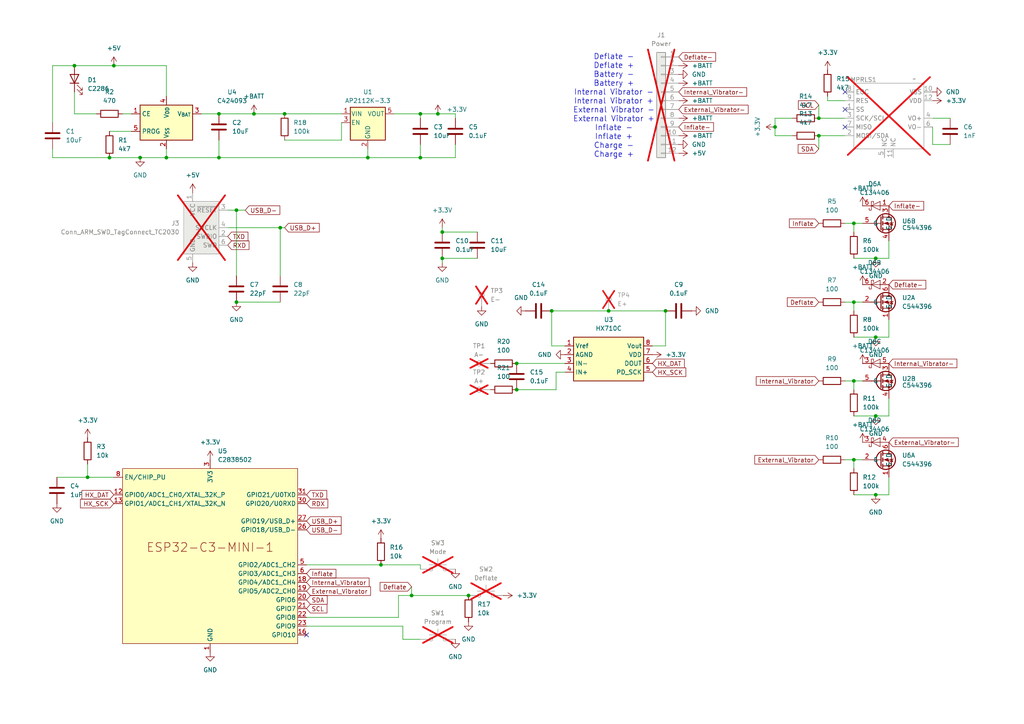
<source format=kicad_sch>
(kicad_sch (version 20231120) (generator "eeschema") (generator_version "8.0")
  (paper "A4")
  (lib_symbols
    (symbol "Analog_ADC:HX710C"
      (property "Reference" "U" (at 4.064 10.16 0))
      (property "Value" "HX710C" (at 6.604 7.62 0))
      (symbol "HX710C_1_1"
        (pin input line (at -12.7 3.81 0) (length 2.54) (name "Vref") (number "1"))
        (pin input line (at -12.7 1.27 0) (length 2.54) (name "AGND") (number "2"))
        (pin input line (at -12.7 -1.27 0) (length 2.54) (name "IN-") (number "3"))
        (pin input line (at -12.7 -3.81 0) (length 2.54) (name "IN+") (number "4"))
        (pin input line (at 12.7 -3.81 180) (length 2.54) (name "PD_SCK") (number "5"))
        (pin output line (at 12.7 -1.27 180) (length 2.54) (name "DOUT") (number "6"))
        (pin input line (at 12.7 1.27 180) (length 2.54) (name "VDD") (number "7"))
        (pin output line (at 12.7 3.81 180) (length 2.54) (name "Vout") (number "8"))
      )
    )
    (symbol "Battery_Management:MCP73811T-420I-OT"
      (property "Reference" "U" (at -6.35 6.35 0))
      (property "Value" "MCP73811T-420I-OT" (at 1.27 6.35 0))
      (symbol "MCP73811T-420I-OT_1_1"
        (pin input line (at -10.16 2.54 0) (length 2.54) (name "CE") (number "1"))
        (pin power_in line (at 0 -7.62 90) (length 2.54) (name "V_{SS}") (number "2"))
        (pin power_out line (at 10.16 2.54 180) (length 2.54) (name "V_{BAT}") (number "3"))
        (pin power_in line (at 0 7.62 270) (length 2.54) (name "V_{DD}") (number "4"))
        (pin input line (at -10.16 -2.54 0) (length 2.54) (name "PROG") (number "5"))
      )
    )
    (symbol "Connector:Conn_ARM_SWD_TagConnect_TC2030" (in_bom no)
      (property "Reference" "J" (at 2.54 11.43 0))
      (property "Value" "Conn_ARM_SWD_TagConnect_TC2030" (at 5.08 8.89 0))
      (symbol "Conn_ARM_SWD_TagConnect_TC2030_0_0"
        (pin power_in line (at -2.54 10.16 270) (length 2.54) (name "VCC") (number "1"))
        (pin bidirectional line (at 7.62 -2.54 180) (length 2.54) (name "SWDIO") (number "2"))
        (pin open_collector line (at 7.62 5.08 180) (length 2.54) (name "~{RESET}") (number "3"))
        (pin output line (at 7.62 0 180) (length 2.54) (name "SWCLK") (number "4"))
        (pin power_in line (at -2.54 -10.16 90) (length 2.54) (name "GND") (number "5"))
        (pin input line (at 7.62 -5.08 180) (length 2.54) (name "SWO") (number "6"))
      )
    )
    (symbol "Connector:TestPoint" (pin_numbers hide) (pin_names (offset 0.762) hide)
      (property "Reference" "TP" (at 0 6.858 0))
      (property "Value" "TestPoint" (at 0 5.08 0))
      (symbol "TestPoint_1_1"
        (pin passive line (at 0 0 90) (length 2.54) (name "1") (number "1"))
      )
    )
    (symbol "Connector_Generic:Conn_01x12" (pin_names (offset 1.016) hide)
      (property "Reference" "J" (at 0 15.24 0))
      (property "Value" "Conn_01x12" (at 0 -17.78 0))
      (symbol "Conn_01x12_1_1"
        (pin passive line (at -5.08 12.7 0) (length 3.81) (name "Pin_1") (number "1"))
        (pin passive line (at -5.08 -10.16 0) (length 3.81) (name "Pin_10") (number "10"))
        (pin passive line (at -5.08 -12.7 0) (length 3.81) (name "Pin_11") (number "11"))
        (pin passive line (at -5.08 -15.24 0) (length 3.81) (name "Pin_12") (number "12"))
        (pin passive line (at -5.08 10.16 0) (length 3.81) (name "Pin_2") (number "2"))
        (pin passive line (at -5.08 7.62 0) (length 3.81) (name "Pin_3") (number "3"))
        (pin passive line (at -5.08 5.08 0) (length 3.81) (name "Pin_4") (number "4"))
        (pin passive line (at -5.08 2.54 0) (length 3.81) (name "Pin_5") (number "5"))
        (pin passive line (at -5.08 0 0) (length 3.81) (name "Pin_6") (number "6"))
        (pin passive line (at -5.08 -2.54 0) (length 3.81) (name "Pin_7") (number "7"))
        (pin passive line (at -5.08 -5.08 0) (length 3.81) (name "Pin_8") (number "8"))
        (pin passive line (at -5.08 -7.62 0) (length 3.81) (name "Pin_9") (number "9"))
      )
    )
    (symbol "Device:C" (pin_numbers hide) (pin_names (offset 0.254))
      (property "Reference" "C" (at 0.635 2.54 0))
      (property "Value" "C" (at 0.635 -2.54 0))
      (symbol "C_1_1"
        (pin passive line (at 0 3.81 270) (length 2.794) (name "~") (number "1"))
        (pin passive line (at 0 -3.81 90) (length 2.794) (name "~") (number "2"))
      )
    )
    (symbol "Device:LED" (pin_numbers hide) (pin_names (offset 1.016) hide)
      (property "Reference" "D" (at 0 2.54 0))
      (property "Value" "LED" (at 0 -2.54 0))
      (symbol "LED_1_1"
        (pin passive line (at -3.81 0 0) (length 2.54) (name "K") (number "1"))
        (pin passive line (at 3.81 0 180) (length 2.54) (name "A") (number "2"))
      )
    )
    (symbol "Device:R" (pin_numbers hide) (pin_names (offset 0))
      (property "Reference" "R" (at 2.032 0 90))
      (property "Value" "R" (at 0 0 90))
      (symbol "R_1_1"
        (pin passive line (at 0 3.81 270) (length 1.27) (name "~") (number "1"))
        (pin passive line (at 0 -3.81 90) (length 1.27) (name "~") (number "2"))
      )
    )
    (symbol "Diode:BAT54CDW" (pin_names (offset 1.016) hide)
      (property "Reference" "D" (at 0 2.54 0))
      (property "Value" "BAT54SDW" (at 0 -2.54 0))
      (symbol "BAT54CDW_1_1"
        (pin passive line (at 3.81 0 180) (length 2.54) (name "A") (number "1"))
        (pin passive line (at -3.81 0 0) (length 2.54) (name "K") (number "6"))
      )
      (symbol "BAT54CDW_2_1"
        (pin passive line (at 3.81 0 180) (length 2.54) (name "A") (number "2"))
        (pin passive line (at -3.81 0 0) (length 2.54) (name "K") (number "6"))
      )
      (symbol "BAT54CDW_3_1"
        (pin passive line (at -3.81 0 0) (length 2.54) (name "K") (number "3"))
        (pin passive line (at 3.81 0 180) (length 2.54) (name "A") (number "5"))
      )
      (symbol "BAT54CDW_4_1"
        (pin passive line (at -3.81 0 0) (length 2.54) (name "K") (number "3"))
        (pin passive line (at 3.81 0 180) (length 2.54) (name "A") (number "4"))
      )
    )
    (symbol "Espressif:ESP32-C3-MINI-1"
      (property "Reference" "U" (at -25.4 30.48 0))
      (property "Value" "ESP32-C3-MINI-1" (at -25.4 27.94 0))
      (symbol "ESP32-C3-MINI-1_0_0"
        (text "ESP32-C3-MINI-1" (at 0 2.54 0) (effects (font (size 2.54 2.54))))
      )
      (symbol "ESP32-C3-MINI-1_1_1"
        (pin power_in line (at 0 -27.94 90) (length 2.54) (name "GND") (number "1"))
        (pin no_connect line (at -25.4 2.54 0) (length 2.54) hide (name "NC") (number "10"))
        (pin passive line (at 0 -27.94 90) (length 2.54) hide (name "GND") (number "11"))
        (pin bidirectional line (at -27.94 17.78 0) (length 2.54) (name "GPIO0/ADC1_CH0/XTAL_32K_P") (number "12"))
        (pin bidirectional line (at -27.94 15.24 0) (length 2.54) (name "GPIO1/ADC1_CH1/XTAL_32K_N") (number "13"))
        (pin passive line (at 0 -27.94 90) (length 2.54) hide (name "GND") (number "14"))
        (pin no_connect line (at -25.4 0 0) (length 2.54) hide (name "NC") (number "15"))
        (pin bidirectional line (at 27.94 -22.86 180) (length 2.54) (name "GPIO10") (number "16"))
        (pin no_connect line (at -25.4 -2.54 0) (length 2.54) hide (name "NC") (number "17"))
        (pin bidirectional line (at 27.94 -7.62 180) (length 2.54) (name "GPIO4/ADC1_CH4") (number "18"))
        (pin bidirectional line (at 27.94 -10.16 180) (length 2.54) (name "GPIO5/ADC2_CH0") (number "19"))
        (pin passive line (at 0 -27.94 90) (length 2.54) hide (name "GND") (number "2"))
        (pin bidirectional line (at 27.94 -12.7 180) (length 2.54) (name "GPIO6") (number "20"))
        (pin bidirectional line (at 27.94 -15.24 180) (length 2.54) (name "GPIO7") (number "21"))
        (pin bidirectional line (at 27.94 -17.78 180) (length 2.54) (name "GPIO8") (number "22"))
        (pin bidirectional line (at 27.94 -20.32 180) (length 2.54) (name "GPIO9") (number "23"))
        (pin no_connect line (at -25.4 -5.08 0) (length 2.54) hide (name "NC") (number "24"))
        (pin no_connect line (at -25.4 -7.62 0) (length 2.54) hide (name "NC") (number "25"))
        (pin bidirectional line (at 27.94 7.62 180) (length 2.54) (name "GPIO18/USB_D-") (number "26"))
        (pin bidirectional line (at 27.94 10.16 180) (length 2.54) (name "GPIO19/USB_D+") (number "27"))
        (pin no_connect line (at -25.4 -10.16 0) (length 2.54) hide (name "NC") (number "28"))
        (pin no_connect line (at -25.4 -12.7 0) (length 2.54) hide (name "NC") (number "29"))
        (pin power_in line (at 0 27.94 270) (length 2.54) (name "3V3") (number "3"))
        (pin bidirectional line (at 27.94 15.24 180) (length 2.54) (name "GPIO20/U0RXD") (number "30"))
        (pin bidirectional line (at 27.94 17.78 180) (length 2.54) (name "GPIO21/U0TXD") (number "31"))
        (pin no_connect line (at -25.4 -15.24 0) (length 2.54) hide (name "NC") (number "32"))
        (pin no_connect line (at -25.4 -17.78 0) (length 2.54) hide (name "NC") (number "33"))
        (pin no_connect line (at -25.4 -20.32 0) (length 2.54) hide (name "NC") (number "34"))
        (pin no_connect line (at -25.4 -22.86 0) (length 2.54) hide (name "NC") (number "35"))
        (pin passive line (at 0 -27.94 90) (length 2.54) hide (name "GND") (number "36"))
        (pin passive line (at 0 -27.94 90) (length 2.54) hide (name "GND") (number "37"))
        (pin passive line (at 0 -27.94 90) (length 2.54) hide (name "GND") (number "38"))
        (pin passive line (at 0 -27.94 90) (length 2.54) hide (name "GND") (number "39"))
        (pin no_connect line (at -25.4 10.16 0) (length 2.54) hide (name "NC") (number "4"))
        (pin passive line (at 0 -27.94 90) (length 2.54) hide (name "GND") (number "40"))
        (pin passive line (at 0 -27.94 90) (length 2.54) hide (name "GND") (number "41"))
        (pin passive line (at 0 -27.94 90) (length 2.54) hide (name "GND") (number "42"))
        (pin passive line (at 0 -27.94 90) (length 2.54) hide (name "GND") (number "43"))
        (pin passive line (at 0 -27.94 90) (length 2.54) hide (name "GND") (number "44"))
        (pin passive line (at 0 -27.94 90) (length 2.54) hide (name "GND") (number "45"))
        (pin passive line (at 0 -27.94 90) (length 2.54) hide (name "GND") (number "46"))
        (pin passive line (at 0 -27.94 90) (length 2.54) hide (name "GND") (number "47"))
        (pin passive line (at 0 -27.94 90) (length 2.54) hide (name "GND") (number "48"))
        (pin passive line (at 0 -27.94 90) (length 2.54) hide (name "GND") (number "49"))
        (pin bidirectional line (at 27.94 -2.54 180) (length 2.54) (name "GPIO2/ADC1_CH2") (number "5"))
        (pin passive line (at 0 -27.94 90) (length 2.54) hide (name "GND") (number "50"))
        (pin passive line (at 0 -27.94 90) (length 2.54) hide (name "GND") (number "51"))
        (pin passive line (at 0 -27.94 90) (length 2.54) hide (name "GND") (number "52"))
        (pin passive line (at 0 -27.94 90) (length 2.54) hide (name "GND") (number "53"))
        (pin bidirectional line (at 27.94 -5.08 180) (length 2.54) (name "GPIO3/ADC1_CH3") (number "6"))
        (pin no_connect line (at -25.4 7.62 0) (length 2.54) hide (name "NC") (number "7"))
        (pin input line (at -27.94 22.86 0) (length 2.54) (name "EN/CHIP_PU") (number "8"))
        (pin no_connect line (at -25.4 5.08 0) (length 2.54) hide (name "NC") (number "9"))
      )
    )
    (symbol "Regulator_Linear:AP2112K-3.3" (pin_names (offset 0.254))
      (property "Reference" "U" (at -5.08 5.715 0))
      (property "Value" "AP2112K-3.3" (at 0 5.715 0))
      (symbol "AP2112K-3.3_1_1"
        (pin power_in line (at -7.62 2.54 0) (length 2.54) (name "VIN") (number "1"))
        (pin power_in line (at 0 -7.62 90) (length 2.54) (name "GND") (number "2"))
        (pin input line (at -7.62 0 0) (length 2.54) (name "EN") (number "3"))
        (pin no_connect line (at 5.08 0 180) (length 2.54) hide (name "NC") (number "4"))
        (pin power_out line (at 7.62 2.54 180) (length 2.54) (name "VOUT") (number "5"))
      )
    )
    (symbol "Sensor_Pressure:MPRLS0015PA0000SA"
      (property "Reference" "MPRLS" (at -7.366 9.906 0))
      (property "Value" "~" (at 7.366 10.16 0))
      (symbol "MPRLS0015PA0000SA_1_1"
        (pin input line (at -12.7 1.27 0) (length 2.54) (name "SS") (number "1"))
        (pin input line (at 12.7 6.35 180) (length 2.54) (name "VSS") (number "10"))
        (pin input line (at 1.27 -12.7 90) (length 2.54) (name "NC") (number "11"))
        (pin input line (at 12.7 3.81 180) (length 2.54) (name "VDD") (number "12"))
        (pin input line (at -12.7 -6.35 0) (length 2.54) (name "MOSI/SDA") (number "2"))
        (pin input line (at -12.7 -1.27 0) (length 2.54) (name "SCK/SCL") (number "3"))
        (pin input line (at 12.7 -1.27 180) (length 2.54) (name "VO+") (number "4"))
        (pin input line (at -1.27 -12.7 90) (length 2.54) (name "NC") (number "5"))
        (pin input line (at 12.7 -3.81 180) (length 2.54) (name "VO-") (number "6"))
        (pin input line (at -12.7 -3.81 0) (length 2.54) (name "MISO") (number "7"))
        (pin input line (at -12.7 6.35 0) (length 2.54) (name "EOC") (number "8"))
        (pin input line (at -12.7 3.81 0) (length 2.54) (name "RES") (number "9"))
      )
    )
    (symbol "Switch:SW_Push" (pin_numbers hide) (pin_names (offset 1.016) hide)
      (property "Reference" "SW" (at 1.27 2.54 0))
      (property "Value" "SW_Push" (at 0 -1.524 0))
      (symbol "SW_Push_0_1"
        (pin passive line (at -5.08 0 0) (length 2.54) (name "1") (number "1"))
        (pin passive line (at 5.08 0 180) (length 2.54) (name "2") (number "2"))
      )
    )
    (symbol "Transistor_FET:CSD85301Q2"
      (property "Reference" "U" (at -7.112 3.556 0))
      (symbol "CSD85301Q2_1_1"
        (pin passive line (at 0 -5.08 90) (length 2.54) (name "S") (number "1"))
        (pin input line (at -7.62 0 0) (length 2.54) (name "G") (number "2"))
        (pin passive line (at 0 5.08 270) (length 2.54) (name "D") (number "6"))
      )
      (symbol "CSD85301Q2_2_1"
        (pin passive line (at 0 5.08 270) (length 2.54) (name "D") (number "3"))
        (pin passive line (at 0 -5.08 90) (length 2.54) (name "S") (number "4"))
        (pin input line (at -7.62 0 0) (length 2.54) (name "G") (number "5"))
      )
    )
    (symbol "power:+3.3V" (power) (pin_numbers hide) (pin_names (offset 0) hide)
      (property "Value" "+3.3V" (at 0 3.556 0))
      (symbol "+3.3V_1_1"
        (pin power_in line (at 0 0 90) (length 0) (name "~") (number "1"))
      )
    )
    (symbol "power:+5V" (power) (pin_numbers hide) (pin_names (offset 0) hide)
      (property "Value" "+5V" (at 0 3.556 0))
      (symbol "+5V_1_1"
        (pin power_in line (at 0 0 90) (length 0) (name "~") (number "1"))
      )
    )
    (symbol "power:+BATT" (power) (pin_numbers hide) (pin_names (offset 0) hide)
      (property "Value" "+BATT" (at 0 3.556 0))
      (symbol "+BATT_1_1"
        (pin power_in line (at 0 0 90) (length 0) (name "~") (number "1"))
      )
    )
    (symbol "power:GND" (power) (pin_numbers hide) (pin_names (offset 0) hide)
      (property "Value" "GND" (at 0 -3.81 0))
      (symbol "GND_1_1"
        (pin power_in line (at 0 0 270) (length 0) (name "~") (number "1"))
      )
    )
  )
  (junction (at 237.49 34.29))
  (junction (at 128.27 67.31))
  (junction (at 81.28 66.04))
  (junction (at 254 97.79))
  (junction (at 224.79 36.83))
  (junction (at 149.86 113.03))
  (junction (at 254 120.65))
  (junction (at 110.49 163.83))
  (junction (at 193.04 90.17))
  (junction (at 121.92 45.72))
  (junction (at 149.86 105.41))
  (junction (at 237.49 39.37))
  (junction (at 254 143.51))
  (junction (at 25.4 138.43))
  (junction (at 121.92 33.02))
  (junction (at 247.65 87.63))
  (junction (at 63.5 33.02))
  (junction (at 63.5 45.72))
  (junction (at 68.58 87.63))
  (junction (at 68.58 60.96))
  (junction (at 82.55 33.02))
  (junction (at 40.64 45.72))
  (junction (at 48.26 45.72))
  (junction (at 21.59 19.05))
  (junction (at 247.65 64.77))
  (junction (at 128.27 74.93))
  (junction (at 31.75 45.72))
  (junction (at 73.66 33.02))
  (junction (at 247.65 133.35))
  (junction (at 160.02 90.17))
  (junction (at 254 74.93))
  (junction (at 33.02 19.05))
  (junction (at 119.38 172.72))
  (junction (at 106.68 45.72))
  (junction (at 135.89 172.72))
  (junction (at 127 33.02))
  (junction (at 247.65 110.49))
  (junction (at 176.53 90.17))
  (no_connect (at 245.11 26.67))
  (no_connect (at 88.9 184.15))
  (no_connect (at 245.11 31.75))
  (no_connect (at 245.11 36.83))
  (wire (pts (xy 35.56 33.02) (xy 38.1 33.02)))
  (wire (pts (xy 106.68 45.72) (xy 106.68 43.18)))
  (wire (pts (xy 121.92 163.83) (xy 121.92 165.1)))
  (wire (pts (xy 245.11 110.49) (xy 247.65 110.49)))
  (wire (pts (xy 247.65 64.77) (xy 250.19 64.77)))
  (wire (pts (xy 21.59 19.05) (xy 33.02 19.05)))
  (wire (pts (xy 189.23 100.33) (xy 193.04 100.33)))
  (wire (pts (xy 63.5 45.72) (xy 48.26 45.72)))
  (wire (pts (xy 81.28 80.01) (xy 81.28 66.04)))
  (wire (pts (xy 99.06 35.56) (xy 99.06 40.64)))
  (wire (pts (xy 121.92 45.72) (xy 106.68 45.72)))
  (wire (pts (xy 132.08 33.02) (xy 127 33.02)))
  (wire (pts (xy 15.24 19.05) (xy 21.59 19.05)))
  (wire (pts (xy 237.49 39.37) (xy 237.49 43.18)))
  (wire (pts (xy 88.9 163.83) (xy 110.49 163.83)))
  (wire (pts (xy 229.87 34.29) (xy 224.79 34.29)))
  (wire (pts (xy 245.11 133.35) (xy 247.65 133.35)))
  (wire (pts (xy 73.66 33.02) (xy 82.55 33.02)))
  (wire (pts (xy 115.57 172.72) (xy 119.38 172.72)))
  (wire (pts (xy 240.03 27.94) (xy 240.03 29.21)))
  (wire (pts (xy 121.92 33.02) (xy 127 33.02)))
  (wire (pts (xy 68.58 80.01) (xy 68.58 60.96)))
  (wire (pts (xy 247.65 133.35) (xy 247.65 135.89)))
  (wire (pts (xy 58.42 33.02) (xy 63.5 33.02)))
  (wire (pts (xy 247.65 143.51) (xy 254 143.51)))
  (wire (pts (xy 237.49 39.37) (xy 245.11 39.37)))
  (wire (pts (xy 82.55 33.02) (xy 99.06 33.02)))
  (wire (pts (xy 128.27 67.31) (xy 138.43 67.31)))
  (wire (pts (xy 99.06 40.64) (xy 82.55 40.64)))
  (wire (pts (xy 245.11 64.77) (xy 247.65 64.77)))
  (wire (pts (xy 119.38 170.18) (xy 119.38 172.72)))
  (wire (pts (xy 270.51 41.91) (xy 275.59 41.91)))
  (wire (pts (xy 254 97.79) (xy 257.81 97.79)))
  (wire (pts (xy 237.49 30.48) (xy 237.49 34.29)))
  (wire (pts (xy 63.5 45.72) (xy 106.68 45.72)))
  (wire (pts (xy 115.57 172.72) (xy 115.57 179.07)))
  (wire (pts (xy 15.24 43.18) (xy 15.24 45.72)))
  (wire (pts (xy 128.27 74.93) (xy 128.27 76.2)))
  (wire (pts (xy 247.65 87.63) (xy 247.65 90.17)))
  (wire (pts (xy 81.28 66.04) (xy 82.55 66.04)))
  (wire (pts (xy 257.81 120.65) (xy 257.81 115.57)))
  (wire (pts (xy 31.75 38.1) (xy 38.1 38.1)))
  (wire (pts (xy 247.65 120.65) (xy 254 120.65)))
  (wire (pts (xy 237.49 34.29) (xy 245.11 34.29)))
  (wire (pts (xy 16.51 138.43) (xy 25.4 138.43)))
  (wire (pts (xy 132.08 34.29) (xy 132.08 33.02)))
  (wire (pts (xy 193.04 100.33) (xy 193.04 90.17)))
  (wire (pts (xy 132.08 45.72) (xy 121.92 45.72)))
  (wire (pts (xy 88.9 179.07) (xy 115.57 179.07)))
  (wire (pts (xy 40.64 45.72) (xy 48.26 45.72)))
  (wire (pts (xy 229.87 39.37) (xy 224.79 39.37)))
  (wire (pts (xy 163.83 107.95) (xy 161.29 107.95)))
  (wire (pts (xy 160.02 100.33) (xy 163.83 100.33)))
  (wire (pts (xy 247.65 110.49) (xy 250.19 110.49)))
  (wire (pts (xy 21.59 26.67) (xy 21.59 33.02)))
  (wire (pts (xy 25.4 138.43) (xy 33.02 138.43)))
  (wire (pts (xy 224.79 39.37) (xy 224.79 36.83)))
  (wire (pts (xy 31.75 45.72) (xy 40.64 45.72)))
  (wire (pts (xy 63.5 33.02) (xy 73.66 33.02)))
  (wire (pts (xy 257.81 74.93) (xy 257.81 69.85)))
  (wire (pts (xy 176.53 90.17) (xy 160.02 90.17)))
  (wire (pts (xy 121.92 41.91) (xy 121.92 45.72)))
  (wire (pts (xy 247.65 87.63) (xy 250.19 87.63)))
  (wire (pts (xy 247.65 74.93) (xy 254 74.93)))
  (wire (pts (xy 161.29 107.95) (xy 161.29 113.03)))
  (wire (pts (xy 21.59 33.02) (xy 27.94 33.02)))
  (wire (pts (xy 48.26 19.05) (xy 48.26 27.94)))
  (wire (pts (xy 128.27 67.31) (xy 128.27 66.04)))
  (wire (pts (xy 149.86 105.41) (xy 163.83 105.41)))
  (wire (pts (xy 119.38 172.72) (xy 135.89 172.72)))
  (wire (pts (xy 68.58 60.96) (xy 66.04 60.96)))
  (wire (pts (xy 224.79 34.29) (xy 224.79 36.83)))
  (wire (pts (xy 132.08 41.91) (xy 132.08 45.72)))
  (wire (pts (xy 240.03 29.21) (xy 245.11 29.21)))
  (wire (pts (xy 270.51 36.83) (xy 270.51 41.91)))
  (wire (pts (xy 116.84 181.61) (xy 116.84 185.42)))
  (wire (pts (xy 68.58 60.96) (xy 71.12 60.96)))
  (wire (pts (xy 121.92 33.02) (xy 121.92 34.29)))
  (wire (pts (xy 33.02 19.05) (xy 48.26 19.05)))
  (wire (pts (xy 48.26 45.72) (xy 48.26 43.18)))
  (wire (pts (xy 88.9 181.61) (xy 116.84 181.61)))
  (wire (pts (xy 254 143.51) (xy 257.81 143.51)))
  (wire (pts (xy 138.43 74.93) (xy 128.27 74.93)))
  (wire (pts (xy 114.3 33.02) (xy 121.92 33.02)))
  (wire (pts (xy 247.65 64.77) (xy 247.65 67.31)))
  (wire (pts (xy 81.28 66.04) (xy 66.04 66.04)))
  (wire (pts (xy 247.65 110.49) (xy 247.65 113.03)))
  (wire (pts (xy 116.84 185.42) (xy 121.92 185.42)))
  (wire (pts (xy 63.5 40.64) (xy 63.5 45.72)))
  (wire (pts (xy 193.04 90.17) (xy 176.53 90.17)))
  (wire (pts (xy 270.51 34.29) (xy 275.59 34.29)))
  (wire (pts (xy 245.11 87.63) (xy 247.65 87.63)))
  (wire (pts (xy 110.49 163.83) (xy 121.92 163.83)))
  (wire (pts (xy 161.29 113.03) (xy 149.86 113.03)))
  (wire (pts (xy 25.4 134.62) (xy 25.4 138.43)))
  (wire (pts (xy 254 120.65) (xy 257.81 120.65)))
  (wire (pts (xy 68.58 87.63) (xy 81.28 87.63)))
  (wire (pts (xy 247.65 133.35) (xy 250.19 133.35)))
  (wire (pts (xy 247.65 97.79) (xy 254 97.79)))
  (wire (pts (xy 254 74.93) (xy 257.81 74.93)))
  (wire (pts (xy 15.24 45.72) (xy 31.75 45.72)))
  (wire (pts (xy 160.02 90.17) (xy 160.02 100.33)))
  (wire (pts (xy 15.24 19.05) (xy 15.24 35.56)))
  (wire (pts (xy 257.81 97.79) (xy 257.81 92.71)))
  (wire (pts (xy 257.81 143.51) (xy 257.81 138.43)))
  (text "Deflate -\nDeflate +\nBattery -\nBattery +\nInternal Vibrator -\nInternal Vibrator +\nExternal Vibrator -\nExternal Vibrator +\nInflate -\nInflate +\nCharge -\nCharge +" (at 178.054 30.734 0) (effects (font (size 1.6002 1.6002))))
  (global_label "Deflate-" (shape input) (at 196.85 16.51 0) (property "Intersheetrefs" "${INTERSHEET_REFS}" (effects (hide yes))))
  (global_label "HX_SCK" (shape input) (at 33.02 146.05 180) (property "Intersheetrefs" "${INTERSHEET_REFS}" (effects (hide yes))))
  (global_label "SDA" (shape input) (at 88.9 173.99 0) (property "Intersheetrefs" "${INTERSHEET_REFS}" (effects (hide yes))))
  (global_label "TXD" (shape input) (at 88.9 143.51 0) (property "Intersheetrefs" "${INTERSHEET_REFS}" (effects (hide yes))))
  (global_label "Inflate" (shape input) (at 88.9 166.37 0) (property "Intersheetrefs" "${INTERSHEET_REFS}" (effects (hide yes))))
  (global_label "USB_D-" (shape input) (at 71.12 60.96 0) (property "Intersheetrefs" "${INTERSHEET_REFS}" (effects (hide yes))))
  (global_label "USB_D+" (shape input) (at 82.55 66.04 0) (property "Intersheetrefs" "${INTERSHEET_REFS}" (effects (hide yes))))
  (global_label "RXD" (shape input) (at 66.04 71.12 0) (property "Intersheetrefs" "${INTERSHEET_REFS}" (effects (hide yes))))
  (global_label "HX_DAT" (shape input) (at 189.23 105.41 0) (property "Intersheetrefs" "${INTERSHEET_REFS}" (effects (hide yes))))
  (global_label "SCL" (shape input) (at 88.9 176.53 0) (property "Intersheetrefs" "${INTERSHEET_REFS}" (effects (hide yes))))
  (global_label "Internal_Vibrator" (shape input) (at 237.49 110.49 180) (property "Intersheetrefs" "${INTERSHEET_REFS}" (effects (hide yes))))
  (global_label "HX_DAT" (shape input) (at 33.02 143.51 180) (property "Intersheetrefs" "${INTERSHEET_REFS}" (effects (hide yes))))
  (global_label "Inflate-" (shape input) (at 257.81 59.69 0) (property "Intersheetrefs" "${INTERSHEET_REFS}" (effects (hide yes))))
  (global_label "External_Vibrator-" (shape input) (at 257.81 128.27 0) (property "Intersheetrefs" "${INTERSHEET_REFS}" (effects (hide yes))))
  (global_label "RDX" (shape input) (at 88.9 146.05 0) (property "Intersheetrefs" "${INTERSHEET_REFS}" (effects (hide yes))))
  (global_label "Inflate" (shape input) (at 237.49 64.77 180) (property "Intersheetrefs" "${INTERSHEET_REFS}" (effects (hide yes))))
  (global_label "Internal_Vibrator-" (shape input) (at 196.85 26.67 0) (property "Intersheetrefs" "${INTERSHEET_REFS}" (effects (hide yes))))
  (global_label "External_Vibrator" (shape input) (at 88.9 171.45 0) (property "Intersheetrefs" "${INTERSHEET_REFS}" (effects (hide yes))))
  (global_label "HX_SCK" (shape input) (at 189.23 107.95 0) (property "Intersheetrefs" "${INTERSHEET_REFS}" (effects (hide yes))))
  (global_label "External_Vibrator" (shape input) (at 237.49 133.35 180) (property "Intersheetrefs" "${INTERSHEET_REFS}" (effects (hide yes))))
  (global_label "USB_D-" (shape input) (at 88.9 153.67 0) (property "Intersheetrefs" "${INTERSHEET_REFS}" (effects (hide yes))))
  (global_label "Internal_Vibrator" (shape input) (at 88.9 168.91 0) (property "Intersheetrefs" "${INTERSHEET_REFS}" (effects (hide yes))))
  (global_label "USB_D+" (shape input) (at 88.9 151.13 0) (property "Intersheetrefs" "${INTERSHEET_REFS}" (effects (hide yes))))
  (global_label "SCL" (shape input) (at 237.49 30.48 180) (property "Intersheetrefs" "${INTERSHEET_REFS}" (effects (hide yes))))
  (global_label "External_Vibrator-" (shape input) (at 196.85 31.75 0) (property "Intersheetrefs" "${INTERSHEET_REFS}" (effects (hide yes))))
  (global_label "Internal_Vibrator-" (shape input) (at 257.81 105.41 0) (property "Intersheetrefs" "${INTERSHEET_REFS}" (effects (hide yes))))
  (global_label "TXD" (shape input) (at 66.04 68.58 0) (property "Intersheetrefs" "${INTERSHEET_REFS}" (effects (hide yes))))
  (global_label "Inflate-" (shape input) (at 196.85 36.83 0) (property "Intersheetrefs" "${INTERSHEET_REFS}" (effects (hide yes))))
  (global_label "Deflate" (shape input) (at 119.38 170.18 180) (property "Intersheetrefs" "${INTERSHEET_REFS}" (effects (hide yes))))
  (global_label "Deflate-" (shape input) (at 257.81 82.55 0) (property "Intersheetrefs" "${INTERSHEET_REFS}" (effects (hide yes))))
  (global_label "Deflate" (shape input) (at 237.49 87.63 180) (property "Intersheetrefs" "${INTERSHEET_REFS}" (effects (hide yes))))
  (global_label "SDA" (shape input) (at 237.49 43.18 180) (property "Intersheetrefs" "${INTERSHEET_REFS}" (effects (hide yes))))
  (symbol (lib_id "Device:C") (at 16.51 142.24 0) (unit 1)
    (property "Reference" "C4" (at 20.32 140.9699 0) (effects (justify left)))
    (property "Value" "1uF" (at 20.32 143.5099 0) (effects (justify left)))
    (property "Footprint" "Capacitor_SMD:C_0402_1005Metric" (effects (hide yes)))
    (property "Description" "Unpolarized capacitor" (effects (hide yes)))
    (property "LCSC" "C52923" (effects (hide yes)))
  )
  (symbol (lib_id "Device:R") (at 135.89 176.53 0) (unit 1)
    (property "Reference" "R17" (at 138.43 175.2599 0) (effects (justify left)))
    (property "Value" "10k" (at 138.43 177.7999 0) (effects (justify left)))
    (property "Footprint" "Resistor_SMD:R_0402_1005Metric" (effects (hide yes)))
    (property "Description" "Resistor" (effects (hide yes)))
    (property "LCSC" "C25744" (effects (hide yes)))
  )
  (symbol (lib_id "power:+BATT") (at 196.85 19.05 270) (unit 1)
    (property "Reference" "#PWR030" (effects (hide yes)))
    (property "Value" "+BATT" (at 200.66 19.0499 90) (effects (justify left)))
    (property "Description" "Power symbol creates a global label with name \"+BATT\"" (effects (hide yes)))
  )
  (symbol (lib_id "Device:C") (at 15.24 39.37 0) (unit 1)
    (property "Reference" "C1" (at 19.05 38.0999 0) (effects (justify left)))
    (property "Value" "10uF" (at 19.05 40.6399 0) (effects (justify left)))
    (property "Footprint" "Capacitor_SMD:C_0402_1005Metric" (effects (hide yes)))
    (property "Description" "Unpolarized capacitor" (effects (hide yes)))
    (property "LCSC" "C15525" (effects (hide yes)))
  )
  (symbol (lib_id "Device:C") (at 275.59 38.1 0) (unit 1)
    (property "Reference" "C6" (at 279.4 36.8299 0) (effects (justify left)))
    (property "Value" "1nF" (at 279.4 39.3699 0) (effects (justify left)))
    (property "Footprint" "Capacitor_SMD:C_0402_1005Metric" (effects (hide yes)))
    (property "Description" "Unpolarized capacitor" (effects (hide yes)))
    (property "LCSC" "C1523" (effects (hide yes)))
  )
  (symbol (lib_id "Device:R") (at 247.65 139.7 180) (unit 1)
    (property "Reference" "R12" (at 250.19 138.4299 0) (effects (justify right)))
    (property "Value" "100k" (at 250.19 140.9699 0) (effects (justify right)))
    (property "Footprint" "Resistor_SMD:R_0402_1005Metric" (effects (hide yes)))
    (property "Description" "Resistor" (effects (hide yes)))
    (property "LCSC" "C25741" (effects (hide yes)))
  )
  (symbol (lib_id "Device:C") (at 68.58 83.82 0) (unit 1)
    (property "Reference" "C7" (at 72.39 82.5499 0) (effects (justify left)))
    (property "Value" "22pF" (at 72.39 85.0899 0) (effects (justify left)))
    (property "Footprint" "Capacitor_SMD:C_0402_1005Metric" (effects (hide yes)))
    (property "Description" "Unpolarized capacitor" (effects (hide yes)))
    (property "LCSC" "C1555" (effects (hide yes)))
  )
  (symbol (lib_id "Device:C") (at 121.92 38.1 0) (unit 1)
    (property "Reference" "C3" (at 125.73 36.8299 0) (effects (justify left)))
    (property "Value" "10uF" (at 125.73 39.3699 0) (effects (justify left)))
    (property "Footprint" "Capacitor_SMD:C_0402_1005Metric" (effects (hide yes)))
    (property "Description" "Unpolarized capacitor" (effects (hide yes)))
    (property "LCSC" "C15525" (effects (hide yes)))
  )
  (symbol (lib_id "power:+BATT") (at 250.19 82.55 0) (unit 1)
    (property "Reference" "#PWR037" (effects (hide yes)))
    (property "Value" "+BATT" (at 250.19 77.47 0))
    (property "Description" "Power symbol creates a global label with name \"+BATT\"" (effects (hide yes)))
  )
  (symbol (lib_id "Switch:SW_Push") (at 127 185.42 0) (unit 1) (in_bom no) (dnp yes)
    (property "Reference" "SW1" (at 127 177.8 0))
    (property "Value" "Program" (at 127 180.34 0))
    (property "Footprint" "Button_Switch_SMD:SW_SPST_PTS645" (effects (hide yes)))
    (property "Description" "Push button switch, generic, two pins" (effects (hide yes)))
  )
  (symbol (lib_id "power:GND") (at 68.58 87.63 0) (unit 1)
    (property "Reference" "#PWR017" (effects (hide yes)))
    (property "Value" "GND" (at 68.58 92.71 0))
    (property "Description" "Power symbol creates a global label with name \"GND\" , ground" (effects (hide yes)))
  )
  (symbol (lib_id "Device:R") (at 146.05 105.41 270) (unit 1)
    (property "Reference" "R20" (at 146.05 99.06 90))
    (property "Value" "100" (at 146.05 101.6 90))
    (property "Footprint" "Resistor_SMD:R_0402_1005Metric" (effects (hide yes)))
    (property "Description" "Resistor" (effects (hide yes)))
    (property "LCSC" "C25076" (effects (hide yes)))
  )
  (symbol (lib_id "Espressif:ESP32-C3-MINI-1") (at 60.96 161.29 0) (unit 1)
    (property "Reference" "U5" (at 63.1541 130.81 0) (effects (justify left)))
    (property "Value" "C2838502" (at 63.1541 133.35 0) (effects (justify left)))
    (property "Footprint" "Espressif:ESP32-C3-MINI-1" (effects (hide yes)))
    (property "Datasheet" "https://www.espressif.com/sites/default/files/documentation/esp32-c3-mini-1_datasheet_en.pdf" (effects (hide yes)))
    (property "Description" "ESP32-C3-MINI-1 family is an ultra-low-power MCU-based SoC solution that supports 2.4 GHz Wi-Fi and Bluetooth®Low Energy (Bluetooth LE)." (effects (hide yes)))
    (property "LCSC" "C2838502" (effects (hide yes)))
  )
  (symbol (lib_id "Device:LED") (at 21.59 22.86 90) (unit 1)
    (property "Reference" "D1" (at 25.4 23.1774 90) (effects (justify right)))
    (property "Value" "C2286" (at 25.4 25.7174 90) (effects (justify right)))
    (property "Footprint" "LED_SMD:LED_0603_1608Metric" (effects (hide yes)))
    (property "Description" "Light emitting diode" (effects (hide yes)))
    (property "LCSC" "C2286" (effects (hide yes)))
  )
  (symbol (lib_id "power:+3.3V") (at 146.05 172.72 270) (unit 1)
    (property "Reference" "#PWR022" (effects (hide yes)))
    (property "Value" "+3.3V" (at 149.86 172.7199 90) (effects (justify left)))
    (property "Description" "Power symbol creates a global label with name \"+3.3V\"" (effects (hide yes)))
  )
  (symbol (lib_id "power:GND") (at 254 97.79 0) (unit 1)
    (property "Reference" "#PWR07" (effects (hide yes)))
    (property "Value" "GND" (at 254 102.87 0))
    (property "Description" "Power symbol creates a global label with name \"GND\" , ground" (effects (hide yes)))
  )
  (symbol (lib_id "power:GND") (at 40.64 45.72 0) (unit 1)
    (property "Reference" "#PWR01" (effects (hide yes)))
    (property "Value" "GND" (at 40.64 50.8 0))
    (property "Description" "Power symbol creates a global label with name \"GND\" , ground" (effects (hide yes)))
  )
  (symbol (lib_id "power:GND") (at 60.96 189.23 0) (unit 1)
    (property "Reference" "#PWR026" (effects (hide yes)))
    (property "Value" "GND" (at 60.96 194.31 0))
    (property "Description" "Power symbol creates a global label with name \"GND\" , ground" (effects (hide yes)))
  )
  (symbol (lib_id "power:+BATT") (at 196.85 24.13 270) (unit 1)
    (property "Reference" "#PWR031" (effects (hide yes)))
    (property "Value" "+BATT" (at 200.66 24.1299 90) (effects (justify left)))
    (property "Description" "Power symbol creates a global label with name \"+BATT\"" (effects (hide yes)))
  )
  (symbol (lib_id "Device:R") (at 247.65 93.98 180) (unit 1)
    (property "Reference" "R8" (at 250.19 92.7099 0) (effects (justify right)))
    (property "Value" "100k" (at 250.19 95.2499 0) (effects (justify right)))
    (property "Footprint" "Resistor_SMD:R_0402_1005Metric" (effects (hide yes)))
    (property "Description" "Resistor" (effects (hide yes)))
    (property "LCSC" "C25741" (effects (hide yes)))
  )
  (symbol (lib_id "power:GND") (at 270.51 26.67 90) (unit 1)
    (property "Reference" "#PWR015" (effects (hide yes)))
    (property "Value" "GND" (at 274.32 26.6699 90) (effects (justify right)))
    (property "Description" "Power symbol creates a global label with name \"GND\" , ground" (effects (hide yes)))
  )
  (symbol (lib_id "Sensor_Pressure:MPRLS0015PA0000SA") (at 257.81 33.02 0) (unit 1) (in_bom no) (dnp yes)
    (property "Reference" "MPRLS1" (at 250.444 23.114 0))
    (property "Value" "~" (at 265.176 22.86 0))
    (property "Footprint" "Sensor_Pressure:MPRLS0015PA0000SA" (effects (hide yes)))
  )
  (symbol (lib_id "Connector:TestPoint") (at 176.53 90.17 0) (unit 1) (dnp yes)
    (property "Reference" "TP4" (at 179.07 85.5979 0) (effects (justify left)))
    (property "Value" "E+" (at 179.07 88.1379 0) (effects (justify left)))
    (property "Footprint" "TestPoint:TestPoint_Pad_1.0x1.0mm" (effects (hide yes)))
    (property "Description" "test point" (effects (hide yes)))
  )
  (symbol (lib_id "Device:R") (at 146.05 113.03 90) (unit 1)
    (property "Reference" "R21" (at 146.05 106.68 90))
    (property "Value" "100" (at 146.05 109.22 90))
    (property "Footprint" "Resistor_SMD:R_0402_1005Metric" (effects (hide yes)))
    (property "Description" "Resistor" (effects (hide yes)))
    (property "LCSC" "C25076" (effects (hide yes)))
  )
  (symbol (lib_id "power:+3.3V") (at 224.79 36.83 90) (unit 1)
    (property "Reference" "#PWR014" (effects (hide yes)))
    (property "Value" "+3.3V" (at 219.71 36.83 0))
    (property "Description" "Power symbol creates a global label with name \"+3.3V\"" (effects (hide yes)))
  )
  (symbol (lib_id "Connector:TestPoint") (at 139.7 88.9 0) (unit 1) (in_bom no) (dnp yes)
    (property "Reference" "TP3" (at 142.24 84.3279 0) (effects (justify left)))
    (property "Value" "E-" (at 142.24 86.8679 0) (effects (justify left)))
    (property "Footprint" "TestPoint:TestPoint_Pad_1.0x1.0mm" (effects (hide yes)))
    (property "Description" "test point" (effects (hide yes)))
  )
  (symbol (lib_id "Switch:SW_Push") (at 140.97 172.72 0) (unit 1) (in_bom no) (dnp yes)
    (property "Reference" "SW2" (at 140.97 165.1 0))
    (property "Value" "Deflate" (at 140.97 167.64 0))
    (property "Footprint" "Button_Switch_SMD:SW_SPST_PTS645" (effects (hide yes)))
    (property "Description" "Push button switch, generic, two pins" (effects (hide yes)))
  )
  (symbol (lib_id "Connector:Conn_ARM_SWD_TagConnect_TC2030") (at 58.42 66.04 0) (unit 1) (in_bom no) (dnp yes)
    (property "Reference" "J3" (at 52.07 64.7699 0) (effects (justify right)))
    (property "Value" "Conn_ARM_SWD_TagConnect_TC2030" (at 52.07 67.3099 0) (effects (justify right)))
    (property "Footprint" "Connector:Tag-Connect_TC2030-IDC-NL_2x03_P1.27mm_Vertical" (effects (hide yes)))
    (property "Datasheet" "https://www.tag-connect.com/wp-content/uploads/bsk-pdf-manager/TC2030-CTX_1.pdf" (effects (hide yes)))
    (property "Description" "Tag-Connect ARM Cortex SWD JTAG connector, 6 pin" (effects (hide yes)))
  )
  (symbol (lib_id "power:+3.3V") (at 110.49 156.21 0) (unit 1)
    (property "Reference" "#PWR021" (effects (hide yes)))
    (property "Value" "+3.3V" (at 110.49 151.13 0))
    (property "Description" "Power symbol creates a global label with name \"+3.3V\"" (effects (hide yes)))
  )
  (symbol (lib_id "Connector_Generic:Conn_01x12") (at 191.77 29.21 0) (mirror y) (unit 1) (in_bom no) (dnp yes)
    (property "Reference" "J1" (at 191.77 10.16 0))
    (property "Value" "Power" (at 191.77 12.7 0))
    (property "Footprint" "Connector_Molex:Molex_PicoBlade_53048-1210_1x12_P1.25mm_Horizontal" (effects (hide yes)))
    (property "Description" "Generic connector, single row, 01x12, script generated (kicad-library-utils/schlib/autogen/connector/)" (effects (hide yes)))
  )
  (symbol (lib_id "Battery_Management:MCP73811T-420I-OT") (at 48.26 35.56 0) (unit 1)
    (property "Reference" "U4" (at 67.31 26.7014 0))
    (property "Value" "C424093" (at 67.31 29.2414 0))
    (property "Footprint" "Package_TO_SOT_SMD:SOT-23-5" (effects (hide yes)))
    (property "Datasheet" "http://ww1.microchip.com/downloads/en/DeviceDoc/22036b.pdf" (effects (hide yes)))
    (property "Description" "Simple, Miniature Single-Cell, Fully Integrated Li-Ion / Li-Polymer Charge Management Controllers, 85mA/450mA, 4.2V, SOT23-5" (effects (hide yes)))
    (property "LCSC" "C424093" (effects (hide yes)))
  )
  (symbol (lib_id "Device:R") (at 31.75 33.02 90) (unit 1)
    (property "Reference" "R2" (at 31.75 26.67 90))
    (property "Value" "470" (at 31.75 29.21 90))
    (property "Footprint" "Resistor_SMD:R_0402_1005Metric" (effects (hide yes)))
    (property "Description" "Resistor" (effects (hide yes)))
    (property "LCSC" "C25117" (effects (hide yes)))
  )
  (symbol (lib_id "Device:C") (at 149.86 109.22 0) (unit 1)
    (property "Reference" "C15" (at 153.67 107.9499 0) (effects (justify left)))
    (property "Value" "0.1uF" (at 153.67 110.4899 0) (effects (justify left)))
    (property "Footprint" "Capacitor_SMD:C_0402_1005Metric" (effects (hide yes)))
    (property "Description" "Unpolarized capacitor" (effects (hide yes)))
    (property "LCSC" "C1525" (effects (hide yes)))
  )
  (symbol (lib_id "power:GND") (at 132.08 165.1 0) (unit 1)
    (property "Reference" "#PWR020" (effects (hide yes)))
    (property "Value" "GND" (at 132.08 170.18 0))
    (property "Description" "Power symbol creates a global label with name \"GND\" , ground" (effects (hide yes)))
  )
  (symbol (lib_id "Device:R") (at 110.49 160.02 0) (unit 1)
    (property "Reference" "R16" (at 113.03 158.7499 0) (effects (justify left)))
    (property "Value" "10k" (at 113.03 161.2899 0) (effects (justify left)))
    (property "Footprint" "Resistor_SMD:R_0402_1005Metric" (effects (hide yes)))
    (property "Description" "Resistor" (effects (hide yes)))
    (property "LCSC" "C25744" (effects (hide yes)))
  )
  (symbol (lib_id "Connector:TestPoint") (at 142.24 105.41 90) (unit 1) (dnp yes)
    (property "Reference" "TP1" (at 138.938 100.33 90))
    (property "Value" "A-" (at 138.938 102.87 90))
    (property "Footprint" "TestPoint:TestPoint_Pad_1.0x1.0mm" (effects (hide yes)))
    (property "Description" "test point" (effects (hide yes)))
  )
  (symbol (lib_id "power:GND") (at 254 120.65 0) (unit 1)
    (property "Reference" "#PWR08" (effects (hide yes)))
    (property "Value" "GND" (at 254 125.73 0))
    (property "Description" "Power symbol creates a global label with name \"GND\" , ground" (effects (hide yes)))
  )
  (symbol (lib_id "Device:C") (at 138.43 71.12 0) (unit 1)
    (property "Reference" "C11" (at 142.24 69.8499 0) (effects (justify left)))
    (property "Value" "10uF" (at 142.24 72.3899 0) (effects (justify left)))
    (property "Footprint" "Capacitor_SMD:C_0402_1005Metric" (effects (hide yes)))
    (property "Description" "Unpolarized capacitor" (effects (hide yes)))
    (property "LCSC" "C15525" (effects (hide yes)))
  )
  (symbol (lib_id "power:GND") (at 163.83 102.87 270) (unit 1)
    (property "Reference" "#PWR040" (effects (hide yes)))
    (property "Value" "GND" (at 160.02 102.8699 90) (effects (justify right)))
    (property "Description" "Power symbol creates a global label with name \"GND\" , ground" (effects (hide yes)))
  )
  (symbol (lib_id "power:+BATT") (at 250.19 128.27 0) (unit 1)
    (property "Reference" "#PWR039" (effects (hide yes)))
    (property "Value" "+BATT" (at 250.19 123.19 0))
    (property "Description" "Power symbol creates a global label with name \"+BATT\"" (effects (hide yes)))
  )
  (symbol (lib_id "Transistor_FET:CSD85301Q2") (at 257.81 110.49 0) (unit 2)
    (property "Reference" "U2" (at 261.62 109.8549 0) (effects (justify left)))
    (property "Value" "C544396" (at 261.62 111.76 0) (effects (justify left)))
    (property "Footprint" "Package_SON:WSON-6-1EP_2x2mm_P0.65mm_EP1x1.6mm" (effects (hide yes)))
    (property "LCSC" "C544396" (effects (hide yes)))
  )
  (symbol (lib_id "Transistor_FET:CSD85301Q2") (at 257.81 133.35 0) (unit 1)
    (property "Reference" "U6" (at 261.62 132.0799 0) (effects (justify left)))
    (property "Value" "C544396" (at 261.62 134.6199 0) (effects (justify left)))
    (property "Footprint" "Package_SON:WSON-6-1EP_2x2mm_P0.65mm_EP1x1.6mm" (effects (hide yes)))
    (property "LCSC" "C544396" (effects (hide yes)))
  )
  (symbol (lib_id "power:+3.3V") (at 25.4 127 0) (unit 1)
    (property "Reference" "#PWR04" (effects (hide yes)))
    (property "Value" "+3.3V" (at 25.4 121.92 0))
    (property "Description" "Power symbol creates a global label with name \"+3.3V\"" (effects (hide yes)))
  )
  (symbol (lib_id "Device:C") (at 128.27 71.12 0) (unit 1)
    (property "Reference" "C10" (at 132.08 69.8499 0) (effects (justify left)))
    (property "Value" "0.1uF" (at 132.08 72.3899 0) (effects (justify left)))
    (property "Footprint" "Capacitor_SMD:C_0402_1005Metric" (effects (hide yes)))
    (property "Description" "Unpolarized capacitor" (effects (hide yes)))
    (property "LCSC" "C1525" (effects (hide yes)))
  )
  (symbol (lib_id "power:GND") (at 139.7 88.9 0) (unit 1)
    (property "Reference" "#PWR044" (effects (hide yes)))
    (property "Value" "GND" (at 139.7 93.98 0))
    (property "Description" "Power symbol creates a global label with name \"GND\" , ground" (effects (hide yes)))
  )
  (symbol (lib_id "power:+BATT") (at 196.85 39.37 270) (unit 1)
    (property "Reference" "#PWR034" (effects (hide yes)))
    (property "Value" "+BATT" (at 200.66 39.3699 90) (effects (justify left)))
    (property "Description" "Power symbol creates a global label with name \"+BATT\"" (effects (hide yes)))
  )
  (symbol (lib_id "power:+3.3V") (at 240.03 20.32 0) (unit 1)
    (property "Reference" "#PWR016" (effects (hide yes)))
    (property "Value" "+3.3V" (at 240.03 15.24 0))
    (property "Description" "Power symbol creates a global label with name \"+3.3V\"" (effects (hide yes)))
  )
  (symbol (lib_id "Switch:SW_Push") (at 127 165.1 0) (unit 1) (in_bom no) (dnp yes)
    (property "Reference" "SW3" (at 127 157.48 0))
    (property "Value" "Mode" (at 127 160.02 0))
    (property "Footprint" "Button_Switch_SMD:SW_SPST_PTS645" (effects (hide yes)))
    (property "Description" "Push button switch, generic, two pins" (effects (hide yes)))
  )
  (symbol (lib_id "Device:R") (at 82.55 36.83 0) (unit 1)
    (property "Reference" "R18" (at 85.09 35.5599 0) (effects (justify left)))
    (property "Value" "100k" (at 85.09 38.0999 0) (effects (justify left)))
    (property "Footprint" "Resistor_SMD:R_0402_1005Metric" (effects (hide yes)))
    (property "Description" "Resistor" (effects (hide yes)))
    (property "LCSC" "C25741" (effects (hide yes)))
  )
  (symbol (lib_id "power:+BATT") (at 196.85 34.29 270) (unit 1)
    (property "Reference" "#PWR033" (effects (hide yes)))
    (property "Value" "+BATT" (at 200.66 34.2899 90) (effects (justify left)))
    (property "Description" "Power symbol creates a global label with name \"+BATT\"" (effects (hide yes)))
  )
  (symbol (lib_id "Device:R") (at 233.68 39.37 90) (unit 1)
    (property "Reference" "R13" (at 233.68 33.02 90))
    (property "Value" "4k7" (at 233.68 35.56 90))
    (property "Footprint" "Resistor_SMD:R_0402_1005Metric" (effects (hide yes)))
    (property "Description" "Resistor" (effects (hide yes)))
    (property "LCSC" "C25900" (effects (hide yes)))
  )
  (symbol (lib_id "power:GND") (at 135.89 180.34 0) (unit 1)
    (property "Reference" "#PWR03" (effects (hide yes)))
    (property "Value" "GND" (at 135.89 185.42 0))
    (property "Description" "Power symbol creates a global label with name \"GND\" , ground" (effects (hide yes)))
  )
  (symbol (lib_id "power:GND") (at 254 74.93 0) (unit 1)
    (property "Reference" "#PWR06" (effects (hide yes)))
    (property "Value" "GND" (at 254 80.01 0))
    (property "Description" "Power symbol creates a global label with name \"GND\" , ground" (effects (hide yes)))
  )
  (symbol (lib_id "power:+5V") (at 33.02 19.05 0) (unit 1)
    (property "Reference" "#PWR010" (effects (hide yes)))
    (property "Value" "+5V" (at 33.02 13.97 0))
    (property "Description" "Power symbol creates a global label with name \"+5V\"" (effects (hide yes)))
  )
  (symbol (lib_id "Device:R") (at 247.65 116.84 180) (unit 1)
    (property "Reference" "R11" (at 250.19 115.5699 0) (effects (justify right)))
    (property "Value" "100k" (at 250.19 118.1099 0) (effects (justify right)))
    (property "Footprint" "Resistor_SMD:R_0402_1005Metric" (effects (hide yes)))
    (property "Description" "Resistor" (effects (hide yes)))
    (property "LCSC" "C25741" (effects (hide yes)))
  )
  (symbol (lib_id "Regulator_Linear:AP2112K-3.3") (at 106.68 35.56 0) (unit 1)
    (property "Reference" "U1" (at 106.68 26.67 0))
    (property "Value" "AP2112K-3.3" (at 106.68 29.21 0))
    (property "Footprint" "Package_TO_SOT_SMD:SOT-23-5" (effects (hide yes)))
    (property "Datasheet" "https://www.diodes.com/assets/Datasheets/AP2112.pdf" (effects (hide yes)))
    (property "Description" "600mA low dropout linear regulator, with enable pin, 3.8V-6V input voltage range, 3.3V fixed positive output, SOT-23-5" (effects (hide yes)))
    (property "LCSC" "C51118" (effects (hide yes)))
  )
  (symbol (lib_id "power:GND") (at 16.51 146.05 0) (unit 1)
    (property "Reference" "#PWR05" (effects (hide yes)))
    (property "Value" "GND" (at 16.51 151.13 0))
    (property "Description" "Power symbol creates a global label with name \"GND\" , ground" (effects (hide yes)))
  )
  (symbol (lib_id "power:GND") (at 128.27 76.2 0) (unit 1)
    (property "Reference" "#PWR042" (effects (hide yes)))
    (property "Value" "GND" (at 128.27 81.28 0))
    (property "Description" "Power symbol creates a global label with name \"GND\" , ground" (effects (hide yes)))
  )
  (symbol (lib_id "Transistor_FET:CSD85301Q2") (at 257.81 87.63 0) (unit 1)
    (property "Reference" "U2" (at 261.62 86.3599 0) (effects (justify left)))
    (property "Value" "C544396" (at 261.62 88.8999 0) (effects (justify left)))
    (property "Footprint" "Package_SON:WSON-6-1EP_2x2mm_P0.65mm_EP1x1.6mm" (effects (hide yes)))
    (property "LCSC" "C544396" (effects (hide yes)))
  )
  (symbol (lib_id "Transistor_FET:CSD85301Q2") (at 257.81 64.77 0) (unit 2)
    (property "Reference" "U6" (at 261.62 64.1349 0) (effects (justify left)))
    (property "Value" "C544396" (at 261.62 66.04 0) (effects (justify left)))
    (property "Footprint" "Package_SON:WSON-6-1EP_2x2mm_P0.65mm_EP1x1.6mm" (effects (hide yes)))
    (property "LCSC" "C544396" (effects (hide yes)))
  )
  (symbol (lib_id "Device:R") (at 247.65 71.12 180) (unit 1)
    (property "Reference" "R6" (at 250.19 69.8499 0) (effects (justify right)))
    (property "Value" "100k" (at 250.19 72.3899 0) (effects (justify right)))
    (property "Footprint" "Resistor_SMD:R_0402_1005Metric" (effects (hide yes)))
    (property "Description" "Resistor" (effects (hide yes)))
    (property "LCSC" "C25741" (effects (hide yes)))
  )
  (symbol (lib_id "Diode:BAT54CDW") (at 254 82.55 0) (unit 2)
    (property "Reference" "D6" (at 253.6825 76.2 0))
    (property "Value" "C134406" (at 253.6825 78.74 0))
    (property "Footprint" "Package_TO_SOT_SMD:SOT-363_SC-70-6" (effects (hide yes)))
    (property "Datasheet" "https://www.diodes.com/assets/Datasheets/BAT54TW_ADW_CDW_SDW_BRW.pdf" (effects (hide yes)))
    (property "Description" "Schottky diode array 2 pair Com A, SOT-363" (effects (hide yes)))
    (property "LCSC" "C134406" (effects (hide yes)))
  )
  (symbol (lib_id "power:+BATT") (at 250.19 105.41 0) (unit 1)
    (property "Reference" "#PWR038" (effects (hide yes)))
    (property "Value" "+BATT" (at 250.19 100.33 0))
    (property "Description" "Power symbol creates a global label with name \"+BATT\"" (effects (hide yes)))
  )
  (symbol (lib_id "power:+3.3V") (at 60.96 133.35 0) (unit 1)
    (property "Reference" "#PWR025" (effects (hide yes)))
    (property "Value" "+3.3V" (at 60.96 128.27 0))
    (property "Description" "Power symbol creates a global label with name \"+3.3V\"" (effects (hide yes)))
  )
  (symbol (lib_id "power:+5V") (at 196.85 44.45 270) (unit 1)
    (property "Reference" "#PWR028" (effects (hide yes)))
    (property "Value" "+5V" (at 200.66 44.4499 90) (effects (justify left)))
    (property "Description" "Power symbol creates a global label with name \"+5V\"" (effects (hide yes)))
  )
  (symbol (lib_id "Diode:BAT54CDW") (at 254 128.27 0) (unit 4)
    (property "Reference" "D6" (at 253.6825 121.92 0))
    (property "Value" "C134406" (at 253.6825 124.46 0))
    (property "Footprint" "Package_TO_SOT_SMD:SOT-363_SC-70-6" (effects (hide yes)))
    (property "Datasheet" "https://www.diodes.com/assets/Datasheets/BAT54TW_ADW_CDW_SDW_BRW.pdf" (effects (hide yes)))
    (property "Description" "Schottky diode array 2 pair Com A, SOT-363" (effects (hide yes)))
    (property "LCSC" "C134406" (effects (hide yes)))
  )
  (symbol (lib_id "power:+BATT") (at 73.66 33.02 0) (unit 1)
    (property "Reference" "#PWR027" (effects (hide yes)))
    (property "Value" "+BATT" (at 73.66 27.94 0))
    (property "Description" "Power symbol creates a global label with name \"+BATT\"" (effects (hide yes)))
  )
  (symbol (lib_id "power:+3.3V") (at 127 33.02 0) (unit 1)
    (property "Reference" "#PWR02" (effects (hide yes)))
    (property "Value" "+3.3V" (at 129.54 31.7499 0) (effects (justify left)))
    (property "Description" "Power symbol creates a global label with name \"+3.3V\"" (effects (hide yes)))
  )
  (symbol (lib_id "power:+3.3V") (at 270.51 29.21 270) (unit 1)
    (property "Reference" "#PWR013" (effects (hide yes)))
    (property "Value" "+3.3V" (at 274.32 29.2099 90) (effects (justify left)))
    (property "Description" "Power symbol creates a global label with name \"+3.3V\"" (effects (hide yes)))
  )
  (symbol (lib_id "Device:R") (at 241.3 133.35 90) (unit 1)
    (property "Reference" "R10" (at 241.3 127 90))
    (property "Value" "100" (at 241.3 129.54 90))
    (property "Footprint" "Resistor_SMD:R_0402_1005Metric" (effects (hide yes)))
    (property "Description" "Resistor" (effects (hide yes)))
    (property "LCSC" "C25076" (effects (hide yes)))
  )
  (symbol (lib_id "power:GND") (at 200.66 90.17 90) (unit 1)
    (property "Reference" "#PWR043" (effects (hide yes)))
    (property "Value" "GND" (at 204.47 90.1699 90) (effects (justify right)))
    (property "Description" "Power symbol creates a global label with name \"GND\" , ground" (effects (hide yes)))
  )
  (symbol (lib_id "power:+3.3V") (at 189.23 102.87 270) (unit 1)
    (property "Reference" "#PWR023" (effects (hide yes)))
    (property "Value" "+3.3V" (at 193.04 102.8699 90) (effects (justify left)))
    (property "Description" "Power symbol creates a global label with name \"+3.3V\"" (effects (hide yes)))
  )
  (symbol (lib_id "Device:R") (at 241.3 87.63 90) (unit 1)
    (property "Reference" "R7" (at 241.3 81.28 90))
    (property "Value" "100" (at 241.3 83.82 90))
    (property "Footprint" "Resistor_SMD:R_0402_1005Metric" (effects (hide yes)))
    (property "Description" "Resistor" (effects (hide yes)))
    (property "LCSC" "C25076" (effects (hide yes)))
  )
  (symbol (lib_id "power:+BATT") (at 250.19 59.69 0) (unit 1)
    (property "Reference" "#PWR036" (effects (hide yes)))
    (property "Value" "+BATT" (at 250.19 54.61 0))
    (property "Description" "Power symbol creates a global label with name \"+BATT\"" (effects (hide yes)))
  )
  (symbol (lib_id "power:GND") (at 254 143.51 0) (unit 1)
    (property "Reference" "#PWR09" (effects (hide yes)))
    (property "Value" "GND" (at 254 148.59 0))
    (property "Description" "Power symbol creates a global label with name \"GND\" , ground" (effects (hide yes)))
  )
  (symbol (lib_id "power:GND") (at 196.85 21.59 90) (unit 1)
    (property "Reference" "#PWR035" (effects (hide yes)))
    (property "Value" "GND" (at 200.66 21.5899 90) (effects (justify right)))
    (property "Description" "Power symbol creates a global label with name \"GND\" , ground" (effects (hide yes)))
  )
  (symbol (lib_id "Device:R") (at 25.4 130.81 0) (unit 1)
    (property "Reference" "R3" (at 27.94 129.5399 0) (effects (justify left)))
    (property "Value" "10k" (at 27.94 132.0799 0) (effects (justify left)))
    (property "Footprint" "Resistor_SMD:R_0402_1005Metric" (effects (hide yes)))
    (property "Description" "Resistor" (effects (hide yes)))
    (property "LCSC" "C25744" (effects (hide yes)))
  )
  (symbol (lib_id "Device:R") (at 241.3 110.49 90) (unit 1)
    (property "Reference" "R9" (at 241.3 104.14 90))
    (property "Value" "100" (at 241.3 106.68 90))
    (property "Footprint" "Resistor_SMD:R_0402_1005Metric" (effects (hide yes)))
    (property "Description" "Resistor" (effects (hide yes)))
    (property "LCSC" "C25076" (effects (hide yes)))
  )
  (symbol (lib_id "Device:C") (at 196.85 90.17 90) (unit 1)
    (property "Reference" "C9" (at 196.85 82.55 90))
    (property "Value" "0.1uF" (at 196.85 85.09 90))
    (property "Footprint" "Capacitor_SMD:C_0402_1005Metric" (effects (hide yes)))
    (property "Description" "Unpolarized capacitor" (effects (hide yes)))
    (property "LCSC" "C1525" (effects (hide yes)))
  )
  (symbol (lib_id "power:GND") (at 152.4 90.17 270) (unit 1)
    (property "Reference" "#PWR045" (effects (hide yes)))
    (property "Value" "GND" (at 151.13 86.36 90))
    (property "Description" "Power symbol creates a global label with name \"GND\" , ground" (effects (hide yes)))
  )
  (symbol (lib_id "Device:R") (at 240.03 24.13 0) (unit 1)
    (property "Reference" "R15" (at 242.57 22.8599 0) (effects (justify left)))
    (property "Value" "4k7" (at 242.57 25.3999 0) (effects (justify left)))
    (property "Footprint" "Resistor_SMD:R_0402_1005Metric" (effects (hide yes)))
    (property "Description" "Resistor" (effects (hide yes)))
    (property "LCSC" "C25900" (effects (hide yes)))
  )
  (symbol (lib_id "Analog_ADC:HX710C") (at 176.53 104.14 0) (unit 1)
    (property "Reference" "U3" (at 176.53 92.71 0))
    (property "Value" "HX710C" (at 176.53 95.25 0))
    (property "Footprint" "Package_SO:SOP-8_3.9x4.9mm_P1.27mm" (effects (hide yes)))
    (property "Datasheet" "https://www.micros.com.pl/mediaserver/info-uphx710c%20smd.pdf" (effects (hide yes)))
    (property "Description" "24-Bit Analog-to-Digital Converter (ADC) for Weight Scales" (effects (hide yes)))
    (property "LCSC" "C124156" (effects (hide yes)))
  )
  (symbol (lib_id "power:GND") (at 132.08 185.42 0) (unit 1)
    (property "Reference" "#PWR018" (effects (hide yes)))
    (property "Value" "GND" (at 132.08 190.5 0))
    (property "Description" "Power symbol creates a global label with name \"GND\" , ground" (effects (hide yes)))
  )
  (symbol (lib_id "Connector:TestPoint") (at 142.24 113.03 90) (unit 1) (in_bom no) (dnp yes)
    (property "Reference" "TP2" (at 138.938 107.95 90))
    (property "Value" "A+" (at 138.938 110.49 90))
    (property "Footprint" "TestPoint:TestPoint_Pad_1.0x1.0mm" (effects (hide yes)))
    (property "Description" "test point" (effects (hide yes)))
  )
  (symbol (lib_id "Device:C") (at 63.5 36.83 0) (unit 1)
    (property "Reference" "C2" (at 67.31 35.5599 0) (effects (justify left)))
    (property "Value" "10uF" (at 67.31 38.0999 0) (effects (justify left)))
    (property "Footprint" "Capacitor_SMD:C_0402_1005Metric" (effects (hide yes)))
    (property "Description" "Unpolarized capacitor" (effects (hide yes)))
    (property "LCSC" "C15525" (effects (hide yes)))
  )
  (symbol (lib_id "Device:C") (at 156.21 90.17 90) (unit 1)
    (property "Reference" "C14" (at 156.21 82.55 90))
    (property "Value" "0.1uF" (at 156.21 85.09 90))
    (property "Footprint" "Capacitor_SMD:C_0402_1005Metric" (effects (hide yes)))
    (property "Description" "Unpolarized capacitor" (effects (hide yes)))
    (property "LCSC" "C1525" (effects (hide yes)))
  )
  (symbol (lib_id "Device:C") (at 81.28 83.82 0) (unit 1)
    (property "Reference" "C8" (at 85.09 82.5499 0) (effects (justify left)))
    (property "Value" "22pF" (at 85.09 85.0899 0) (effects (justify left)))
    (property "Footprint" "Capacitor_SMD:C_0402_1005Metric" (effects (hide yes)))
    (property "Description" "Unpolarized capacitor" (effects (hide yes)))
    (property "LCSC" "C1555" (effects (hide yes)))
  )
  (symbol (lib_id "Diode:BAT54CDW") (at 254 105.41 0) (unit 3)
    (property "Reference" "D6" (at 253.6825 99.06 0))
    (property "Value" "C134406" (at 253.6825 101.6 0))
    (property "Footprint" "Package_TO_SOT_SMD:SOT-363_SC-70-6" (effects (hide yes)))
    (property "Datasheet" "https://www.diodes.com/assets/Datasheets/BAT54TW_ADW_CDW_SDW_BRW.pdf" (effects (hide yes)))
    (property "Description" "Schottky diode array 2 pair Com A, SOT-363" (effects (hide yes)))
    (property "LCSC" "C134406" (effects (hide yes)))
  )
  (symbol (lib_id "Device:R") (at 233.68 34.29 90) (unit 1)
    (property "Reference" "R14" (at 233.68 27.94 90))
    (property "Value" "4k7" (at 233.68 30.48 90))
    (property "Footprint" "Resistor_SMD:R_0402_1005Metric" (effects (hide yes)))
    (property "Description" "Resistor" (effects (hide yes)))
    (property "LCSC" "C25900" (effects (hide yes)))
  )
  (symbol (lib_id "power:GND") (at 196.85 41.91 90) (unit 1)
    (property "Reference" "#PWR029" (effects (hide yes)))
    (property "Value" "GND" (at 200.66 41.9099 90) (effects (justify right)))
    (property "Description" "Power symbol creates a global label with name \"GND\" , ground" (effects (hide yes)))
  )
  (symbol (lib_id "power:GND") (at 55.88 76.2 0) (unit 1)
    (property "Reference" "#PWR012" (effects (hide yes)))
    (property "Value" "GND" (at 55.88 81.28 0))
    (property "Description" "Power symbol creates a global label with name \"GND\" , ground" (effects (hide yes)))
  )
  (symbol (lib_id "Device:C") (at 132.08 38.1 0) (unit 1)
    (property "Reference" "C5" (at 135.89 36.8299 0) (effects (justify left)))
    (property "Value" "0.1uF" (at 135.89 39.3699 0) (effects (justify left)))
    (property "Footprint" "Capacitor_SMD:C_0402_1005Metric" (effects (hide yes)))
    (property "Description" "Unpolarized capacitor" (effects (hide yes)))
    (property "LCSC" "C1525" (effects (hide yes)))
  )
  (symbol (lib_id "power:+BATT") (at 196.85 29.21 270) (unit 1)
    (property "Reference" "#PWR032" (effects (hide yes)))
    (property "Value" "+BATT" (at 200.66 29.2099 90) (effects (justify left)))
    (property "Description" "Power symbol creates a global label with name \"+BATT\"" (effects (hide yes)))
  )
  (symbol (lib_id "Device:R") (at 31.75 41.91 0) (unit 1)
    (property "Reference" "R1" (at 34.29 40.6399 0) (effects (justify left)))
    (property "Value" "4k7" (at 34.29 43.1799 0) (effects (justify left)))
    (property "Footprint" "Resistor_SMD:R_0402_1005Metric" (effects (hide yes)))
    (property "Description" "Resistor" (effects (hide yes)))
    (property "LCSC" "C25900" (effects (hide yes)))
  )
  (symbol (lib_id "Device:R") (at 241.3 64.77 90) (unit 1)
    (property "Reference" "R5" (at 241.3 58.42 90))
    (property "Value" "100" (at 241.3 60.96 90))
    (property "Footprint" "Resistor_SMD:R_0402_1005Metric" (effects (hide yes)))
    (property "Description" "Resistor" (effects (hide yes)))
    (property "LCSC" "C25076" (effects (hide yes)))
  )
  (symbol (lib_id "power:+5V") (at 55.88 55.88 0) (unit 1)
    (property "Reference" "#PWR011" (effects (hide yes)))
    (property "Value" "+5V" (at 55.88 50.8 0))
    (property "Description" "Power symbol creates a global label with name \"+5V\"" (effects (hide yes)))
  )
  (symbol (lib_id "power:+3.3V") (at 128.27 66.04 0) (unit 1)
    (property "Reference" "#PWR041" (effects (hide yes)))
    (property "Value" "+3.3V" (at 128.27 60.96 0))
    (property "Description" "Power symbol creates a global label with name \"+3.3V\"" (effects (hide yes)))
  )
  (symbol (lib_id "Diode:BAT54CDW") (at 254 59.69 0) (unit 1)
    (property "Reference" "D6" (at 253.6825 53.34 0))
    (property "Value" "C134406" (at 253.6825 55.88 0))
    (property "Footprint" "Package_TO_SOT_SMD:SOT-363_SC-70-6" (effects (hide yes)))
    (property "Datasheet" "https://www.diodes.com/assets/Datasheets/BAT54TW_ADW_CDW_SDW_BRW.pdf" (effects (hide yes)))
    (property "Description" "Schottky diode array 2 pair Com A, SOT-363" (effects (hide yes)))
    (property "LCSC" "C134406" (effects (hide yes)))
  )
)
</source>
